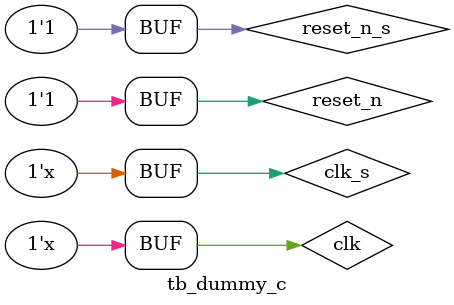
<source format=v>
`timescale 1ns/1ps

module tb_dummy_c ();
    `include "tb_selfcheck.vh"

    parameter DATA_W = 128;

    wire              clk_s;
    wire              reset_n_s;
    wire [DATA_W-1:0] data_in_s;
    wire [DATA_W-1:0] data_out_s;

    dummy_c #(
        .DATA_W (DATA_W)
    ) i_dummy_c (
        .clk_i      (clk_s),
        .reset_n_i  (reset_n_s),
        .data_in_i  (data_in_s),
        .data_out_o (data_out_s)
    );


    localparam CLKPERIOD = 2.0;
    reg              clk;
    reg              reset_n;
    reg [DATA_W-1:0] data_in;

    assign clk_s     = clk;
    assign reset_n_s = reset_n;
    assign data_in_s = data_in;

    initial begin
        clk     = 1'b0;
        reset_n = 1'b0;
        #(3.3*CLKPERIOD);
        reset_n = 1'b1;
    end

    always #(CLKPERIOD / 2.0) begin
        clk = ~clk;
    end

    `include "testcase.vh"

endmodule

</source>
